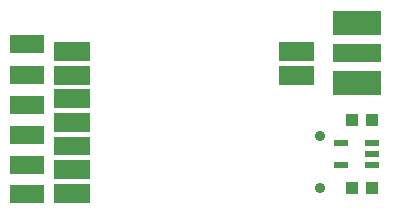
<source format=gts>
G04 DipTrace Beta 2.3.5.2*
%INBrolemetry.GTS*%
%MOIN*%
%ADD20R,0.0433X0.0394*%
%ADD23R,0.1181X0.063*%
%ADD25R,0.0472X0.0217*%
%ADD36C,0.0354*%
%FSLAX44Y44*%
G04*
G70*
G90*
G75*
G01*
%LNTopMask*%
%LPD*%
D20*
X12250Y3750D3*
X11581D3*
Y1500D3*
X12250D3*
G36*
X10950Y5400D2*
Y4600D1*
X12550D1*
Y5400D1*
X10950D1*
G37*
G36*
Y7400D2*
Y6600D1*
X12550D1*
Y7400D1*
X10950D1*
G37*
G36*
Y6300D2*
Y5700D1*
X12550D1*
Y6300D1*
X10950D1*
G37*
D23*
X750Y4250D3*
Y2250D3*
Y3250D3*
Y5250D3*
Y6310D3*
Y1310D3*
D25*
X12250Y2250D3*
Y2624D3*
Y2998D3*
X11226D3*
Y2250D3*
G36*
X2833Y3208D2*
X1652D1*
Y2578D1*
X2833D1*
Y3208D1*
G37*
G36*
Y2420D2*
X1652D1*
Y1790D1*
X2833D1*
Y2420D1*
G37*
G36*
X10313Y5570D2*
X9132D1*
Y4940D1*
X10313D1*
Y5570D1*
G37*
G36*
Y6357D2*
X9132D1*
Y5727D1*
X10313D1*
Y6357D1*
G37*
G36*
X2833Y3995D2*
X1652D1*
Y3365D1*
X2833D1*
Y3995D1*
G37*
G36*
Y5570D2*
X1652D1*
Y4940D1*
X2833D1*
Y5570D1*
G37*
G36*
Y4783D2*
X1652D1*
Y4153D1*
X2833D1*
Y4783D1*
G37*
G36*
Y1633D2*
X1652D1*
Y1003D1*
X2833D1*
Y1633D1*
G37*
G36*
Y6357D2*
X1652D1*
Y5727D1*
X2833D1*
Y6357D1*
G37*
D36*
X10524Y3236D3*
Y1504D3*
M02*

</source>
